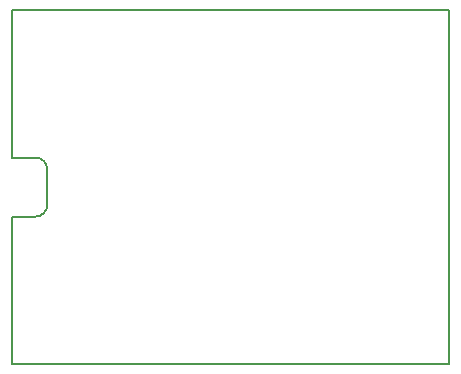
<source format=gm1>
%TF.GenerationSoftware,KiCad,Pcbnew,9.0.4+dfsg-1*%
%TF.CreationDate,2025-10-06T19:47:27+02:00*%
%TF.ProjectId,CWSensorKey,43575365-6e73-46f7-924b-65792e6b6963,rev?*%
%TF.SameCoordinates,Original*%
%TF.FileFunction,Profile,NP*%
%FSLAX46Y46*%
G04 Gerber Fmt 4.6, Leading zero omitted, Abs format (unit mm)*
G04 Created by KiCad (PCBNEW 9.0.4+dfsg-1) date 2025-10-06 19:47:27*
%MOMM*%
%LPD*%
G01*
G04 APERTURE LIST*
%TA.AperFunction,Profile*%
%ADD10C,0.150000*%
%TD*%
G04 APERTURE END LIST*
D10*
X143000000Y-95500000D02*
X143000000Y-98500000D01*
X177000000Y-82000000D02*
X177000000Y-112000000D01*
X177000000Y-112000000D02*
X140000000Y-112000000D01*
X140000000Y-82000000D02*
X177000000Y-82000000D01*
X140000000Y-112000000D02*
X140000000Y-99500000D01*
X140000000Y-82000000D02*
X140000000Y-94500000D01*
X143000000Y-98500000D02*
G75*
G02*
X142000000Y-99500000I-1000000J0D01*
G01*
X140000000Y-94500000D02*
X142000000Y-94500000D01*
X140000000Y-99500000D02*
X142000000Y-99500000D01*
X142000000Y-94508895D02*
G75*
G02*
X142999965Y-95500000I0J-1000005D01*
G01*
M02*

</source>
